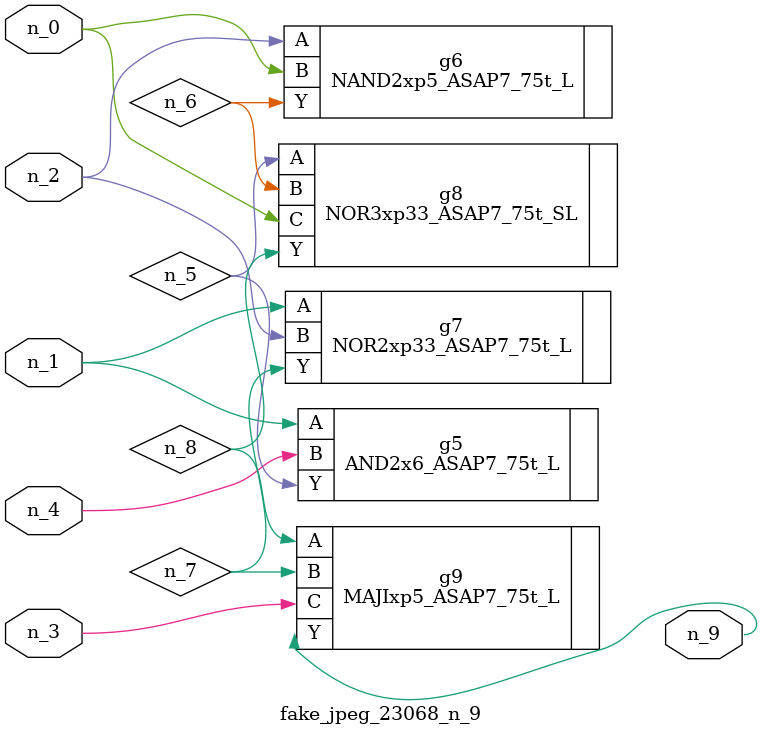
<source format=v>
module fake_jpeg_23068_n_9 (n_3, n_2, n_1, n_0, n_4, n_9);

input n_3;
input n_2;
input n_1;
input n_0;
input n_4;

output n_9;

wire n_8;
wire n_6;
wire n_5;
wire n_7;

AND2x6_ASAP7_75t_L g5 ( 
.A(n_1),
.B(n_4),
.Y(n_5)
);

NAND2xp5_ASAP7_75t_L g6 ( 
.A(n_2),
.B(n_0),
.Y(n_6)
);

NOR2xp33_ASAP7_75t_L g7 ( 
.A(n_1),
.B(n_2),
.Y(n_7)
);

NOR3xp33_ASAP7_75t_SL g8 ( 
.A(n_5),
.B(n_6),
.C(n_0),
.Y(n_8)
);

MAJIxp5_ASAP7_75t_L g9 ( 
.A(n_8),
.B(n_7),
.C(n_3),
.Y(n_9)
);


endmodule
</source>
